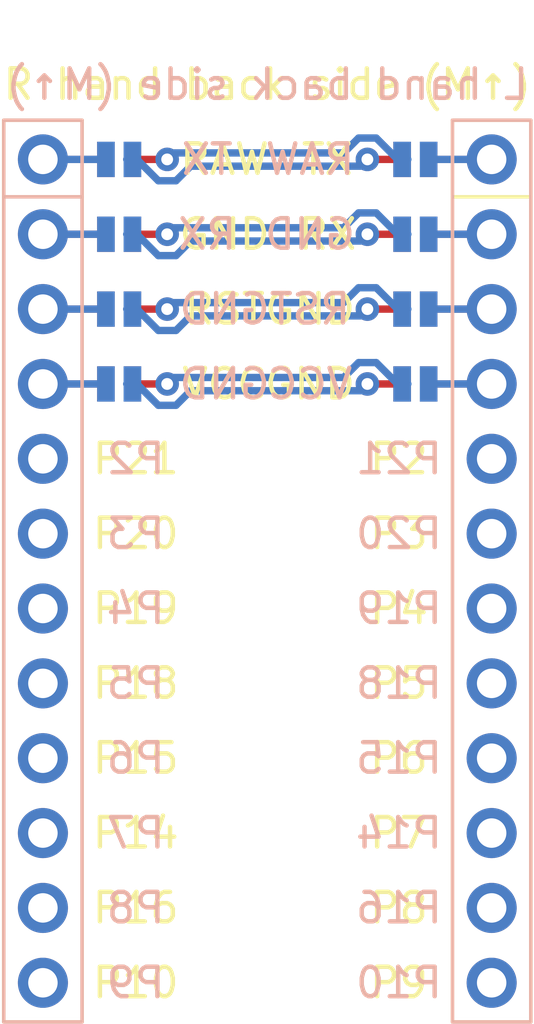
<source format=kicad_pcb>
(kicad_pcb (version 20240108) (generator "ergogen") (generator_version "4.2.0")
  (title_block (title "pcb") (date "2025-10-15") (rev "v9.9") (company "Ergogen Tests"))
  (layers (0 "F.Cu" signal) (31 "B.Cu" signal) (34 "B.Paste" user) (35 "F.Paste" user) (36 "B.SilkS" user "B.Silkscreen") (37 "F.SilkS" user "F.Silkscreen") (38 "B.Mask" user) (39 "F.Mask" user) (44 "Edge.Cuts" user))
  (net 0 "")
  (net 1 "RAW")
  (net 2 "GND")
  (net 3 "RST")
  (net 4 "VCC")
  (net 5 "P21")
  (net 6 "P20")
  (net 7 "P19")
  (net 8 "P18")
  (net 9 "P15")
  (net 10 "P14")
  (net 11 "P16")
  (net 12 "P10")
  (net 13 "TX")
  (net 14 "RX")
  (net 15 "P2")
  (net 16 "P3")
  (net 17 "P4")
  (net 18 "P5")
  (net 19 "P6")
  (net 20 "P7")
  (net 21 "P8")
  (net 22 "P9")
  (net 23 "P101")
  (net 24 "P102")
  (net 25 "P107")
  (net 26 "MCU1_")
  (footprint "ceoloide:mcu_nice_nano" (layer "F.Cu") (at 0 0 0)
    (property "Reference" "MCU1" hide)
    (pad "24" thru_hole circle (at -7.62 -12.7 0) (size 1.7 1.7) (drill 1) (layers "*.Cu" "*.Mask") (net 26 "MCU1_"))
    (pad "1" thru_hole circle (at 7.62 -12.7 0) (size 1.7 1.7) (drill 1) (layers "*.Cu" "*.Mask") (net 26 "MCU1_"))
    (pad "124" thru_hole circle (at -3.4 -12.7 0) (size 0.8 0.8) (drill 0.4) (layers "*.Cu" "*.Mask") (net 1 "RAW"))
    (pad "101" thru_hole circle (at 3.4 -12.7 0) (size 0.8 0.8) (drill 0.4) (layers "*.Cu" "*.Mask") (net 13 "TX"))
    (pad "24" smd rect (at -5.48 -12.7 0) (size 0.6 1.2) (layers "F.Cu" "F.Paste" "F.Mask") (net 26 "MCU1_"))
    (pad "124" smd rect (at -4.58 -12.7 0) (size 0.6 1.2) (layers "F.Cu" "F.Paste" "F.Mask") (net 1 "RAW"))
    (pad "101" smd rect (at 4.58 -12.7 0) (size 0.6 1.2) (layers "F.Cu" "F.Paste" "F.Mask") (net 13 "TX"))
    (pad "1" smd rect (at 5.48 -12.7 0) (size 0.6 1.2) (layers "F.Cu" "F.Paste" "F.Mask") (net 26 "MCU1_"))
    (pad "24" smd rect (at -5.48 -12.7 0) (size 0.6 1.2) (layers "B.Cu" "B.Paste" "B.Mask") (net 26 "MCU1_"))
    (pad "101" smd rect (at -4.58 -12.7 0) (size 0.6 1.2) (layers "B.Cu" "B.Paste" "B.Mask") (net 13 "TX"))
    (pad "124" smd rect (at 4.58 -12.7 0) (size 0.6 1.2) (layers "B.Cu" "B.Paste" "B.Mask") (net 1 "RAW"))
    (pad "1" smd rect (at 5.48 -12.7 0) (size 0.6 1.2) (layers "B.Cu" "B.Paste" "B.Mask") (net 26 "MCU1_"))
    (fp_text user "RAW" (at -1.45 -12.7 0) (layer "F.SilkS"))
    (fp_text user "TX" (at 2.04 -12.7 0) (layer "F.SilkS"))
    (fp_text user "TX" (at -2.04 -12.7 0) (layer "B.SilkS") (effects (justify mirror)))
    (fp_text user "RAW" (at 1.45 -12.7 0) (layer "B.SilkS") (effects (justify mirror)))
    (pad "23" thru_hole circle (at -7.62 -10.16 0) (size 1.7 1.7) (drill 1) (layers "*.Cu" "*.Mask") (net 26 "MCU1_"))
    (pad "2" thru_hole circle (at 7.62 -10.16 0) (size 1.7 1.7) (drill 1) (layers "*.Cu" "*.Mask") (net 26 "MCU1_"))
    (pad "123" thru_hole circle (at -3.4 -10.16 0) (size 0.8 0.8) (drill 0.4) (layers "*.Cu" "*.Mask") (net 2 "GND"))
    (pad "102" thru_hole circle (at 3.4 -10.16 0) (size 0.8 0.8) (drill 0.4) (layers "*.Cu" "*.Mask") (net 14 "RX"))
    (pad "23" smd rect (at -5.48 -10.16 0) (size 0.6 1.2) (layers "F.Cu" "F.Paste" "F.Mask") (net 26 "MCU1_"))
    (pad "123" smd rect (at -4.58 -10.16 0) (size 0.6 1.2) (layers "F.Cu" "F.Paste" "F.Mask") (net 2 "GND"))
    (pad "102" smd rect (at 4.58 -10.16 0) (size 0.6 1.2) (layers "F.Cu" "F.Paste" "F.Mask") (net 14 "RX"))
    (pad "2" smd rect (at 5.48 -10.16 0) (size 0.6 1.2) (layers "F.Cu" "F.Paste" "F.Mask") (net 26 "MCU1_"))
    (pad "23" smd rect (at -5.48 -10.16 0) (size 0.6 1.2) (layers "B.Cu" "B.Paste" "B.Mask") (net 26 "MCU1_"))
    (pad "102" smd rect (at -4.58 -10.16 0) (size 0.6 1.2) (layers "B.Cu" "B.Paste" "B.Mask") (net 14 "RX"))
    (pad "123" smd rect (at 4.58 -10.16 0) (size 0.6 1.2) (layers "B.Cu" "B.Paste" "B.Mask") (net 2 "GND"))
    (pad "2" smd rect (at 5.48 -10.16 0) (size 0.6 1.2) (layers "B.Cu" "B.Paste" "B.Mask") (net 26 "MCU1_"))
    (fp_text user "GND" (at -1.45 -10.16 0) (layer "F.SilkS"))
    (fp_text user "RX" (at 2.04 -10.16 0) (layer "F.SilkS"))
    (fp_text user "RX" (at -2.04 -10.16 0) (layer "B.SilkS") (effects (justify mirror)))
    (fp_text user "GND" (at 1.45 -10.16 0) (layer "B.SilkS") (effects (justify mirror)))
    (pad "22" thru_hole circle (at -7.62 -7.619999999999999 0) (size 1.7 1.7) (drill 1) (layers "*.Cu" "*.Mask") (net 26 "MCU1_"))
    (pad "3" thru_hole circle (at 7.62 -7.619999999999999 0) (size 1.7 1.7) (drill 1) (layers "*.Cu" "*.Mask") (net 26 "MCU1_"))
    (pad "122" thru_hole circle (at -3.4 -7.619999999999999 0) (size 0.8 0.8) (drill 0.4) (layers "*.Cu" "*.Mask") (net 3 "RST"))
    (pad "103" thru_hole circle (at 3.4 -7.619999999999999 0) (size 0.8 0.8) (drill 0.4) (layers "*.Cu" "*.Mask") (net 2 "GND"))
    (pad "22" smd rect (at -5.48 -7.619999999999999 0) (size 0.6 1.2) (layers "F.Cu" "F.Paste" "F.Mask") (net 26 "MCU1_"))
    (pad "122" smd rect (at -4.58 -7.619999999999999 0) (size 0.6 1.2) (layers "F.Cu" "F.Paste" "F.Mask") (net 3 "RST"))
    (pad "103" smd rect (at 4.58 -7.619999999999999 0) (size 0.6 1.2) (layers "F.Cu" "F.Paste" "F.Mask") (net 2 "GND"))
    (pad "3" smd rect (at 5.48 -7.619999999999999 0) (size 0.6 1.2) (layers "F.Cu" "F.Paste" "F.Mask") (net 26 "MCU1_"))
    (pad "22" smd rect (at -5.48 -7.619999999999999 0) (size 0.6 1.2) (layers "B.Cu" "B.Paste" "B.Mask") (net 26 "MCU1_"))
    (pad "103" smd rect (at -4.58 -7.619999999999999 0) (size 0.6 1.2) (layers "B.Cu" "B.Paste" "B.Mask") (net 2 "GND"))
    (pad "122" smd rect (at 4.58 -7.619999999999999 0) (size 0.6 1.2) (layers "B.Cu" "B.Paste" "B.Mask") (net 3 "RST"))
    (pad "3" smd rect (at 5.48 -7.619999999999999 0) (size 0.6 1.2) (layers "B.Cu" "B.Paste" "B.Mask") (net 26 "MCU1_"))
    (fp_text user "RST" (at -1.45 -7.619999999999999 0) (layer "F.SilkS"))
    (fp_text user "GND" (at 1.45 -7.619999999999999 0) (layer "F.SilkS"))
    (fp_text user "GND" (at -1.45 -7.619999999999999 0) (layer "B.SilkS") (effects (justify mirror)))
    (fp_text user "RST" (at 1.45 -7.619999999999999 0) (layer "B.SilkS") (effects (justify mirror)))
    (pad "21" thru_hole circle (at -7.62 -5.079999999999999 0) (size 1.7 1.7) (drill 1) (layers "*.Cu" "*.Mask") (net 26 "MCU1_"))
    (pad "4" thru_hole circle (at 7.62 -5.079999999999999 0) (size 1.7 1.7) (drill 1) (layers "*.Cu" "*.Mask") (net 26 "MCU1_"))
    (pad "121" thru_hole circle (at -3.4 -5.079999999999999 0) (size 0.8 0.8) (drill 0.4) (layers "*.Cu" "*.Mask") (net 4 "VCC"))
    (pad "104" thru_hole circle (at 3.4 -5.079999999999999 0) (size 0.8 0.8) (drill 0.4) (layers "*.Cu" "*.Mask") (net 2 "GND"))
    (pad "21" smd rect (at -5.48 -5.079999999999999 0) (size 0.6 1.2) (layers "F.Cu" "F.Paste" "F.Mask") (net 26 "MCU1_"))
    (pad "121" smd rect (at -4.58 -5.079999999999999 0) (size 0.6 1.2) (layers "F.Cu" "F.Paste" "F.Mask") (net 4 "VCC"))
    (pad "104" smd rect (at 4.58 -5.079999999999999 0) (size 0.6 1.2) (layers "F.Cu" "F.Paste" "F.Mask") (net 2 "GND"))
    (pad "4" smd rect (at 5.48 -5.079999999999999 0) (size 0.6 1.2) (layers "F.Cu" "F.Paste" "F.Mask") (net 26 "MCU1_"))
    (pad "21" smd rect (at -5.48 -5.079999999999999 0) (size 0.6 1.2) (layers "B.Cu" "B.Paste" "B.Mask") (net 26 "MCU1_"))
    (pad "104" smd rect (at -4.58 -5.079999999999999 0) (size 0.6 1.2) (layers "B.Cu" "B.Paste" "B.Mask") (net 2 "GND"))
    (pad "121" smd rect (at 4.58 -5.079999999999999 0) (size 0.6 1.2) (layers "B.Cu" "B.Paste" "B.Mask") (net 4 "VCC"))
    (pad "4" smd rect (at 5.48 -5.079999999999999 0) (size 0.6 1.2) (layers "B.Cu" "B.Paste" "B.Mask") (net 26 "MCU1_"))
    (fp_text user "VCC" (at -1.45 -5.079999999999999 0) (layer "F.SilkS"))
    (fp_text user "GND" (at 1.45 -5.079999999999999 0) (layer "F.SilkS"))
    (fp_text user "GND" (at -1.45 -5.079999999999999 0) (layer "B.SilkS") (effects (justify mirror)))
    (fp_text user "VCC" (at 1.45 -5.079999999999999 0) (layer "B.SilkS") (effects (justify mirror)))
    (pad "20" thru_hole circle (at -7.62 -2.539999999999999 0) (size 1.7 1.7) (drill 1) (layers "*.Cu" "*.Mask") (net 5 "P21"))
    (pad "5" thru_hole circle (at 7.62 -2.539999999999999 0) (size 1.7 1.7) (drill 1) (layers "*.Cu" "*.Mask") (net 15 "P2"))
    (fp_text user "P21" (at -4.47 -2.539999999999999 0) (layer "F.SilkS"))
    (fp_text user "P2" (at 4.47 -2.539999999999999 0) (layer "F.SilkS"))
    (fp_text user "P2" (at -4.47 -2.539999999999999 0) (layer "B.SilkS") (effects (justify mirror)))
    (fp_text user "P21" (at 4.47 -2.539999999999999 0) (layer "B.SilkS") (effects (justify mirror)))
    (pad "19" thru_hole circle (at -7.62 0 0) (size 1.7 1.7) (drill 1) (layers "*.Cu" "*.Mask") (net 6 "P20"))
    (pad "6" thru_hole circle (at 7.62 0 0) (size 1.7 1.7) (drill 1) (layers "*.Cu" "*.Mask") (net 16 "P3"))
    (fp_text user "P20" (at -4.47 0 0) (layer "F.SilkS"))
    (fp_text user "P3" (at 4.47 0 0) (layer "F.SilkS"))
    (fp_text user "P3" (at -4.47 0 0) (layer "B.SilkS") (effects (justify mirror)))
    (fp_text user "P20" (at 4.47 0 0) (layer "B.SilkS") (effects (justify mirror)))
    (pad "18" thru_hole circle (at -7.62 2.540000000000001 0) (size 1.7 1.7) (drill 1) (layers "*.Cu" "*.Mask") (net 7 "P19"))
    (pad "7" thru_hole circle (at 7.62 2.540000000000001 0) (size 1.7 1.7) (drill 1) (layers "*.Cu" "*.Mask") (net 17 "P4"))
    (fp_text user "P19" (at -4.47 2.540000000000001 0) (layer "F.SilkS"))
    (fp_text user "P4" (at 4.47 2.540000000000001 0) (layer "F.SilkS"))
    (fp_text user "P4" (at -4.47 2.540000000000001 0) (layer "B.SilkS") (effects (justify mirror)))
    (fp_text user "P19" (at 4.47 2.540000000000001 0) (layer "B.SilkS") (effects (justify mirror)))
    (pad "17" thru_hole circle (at -7.62 5.080000000000002 0) (size 1.7 1.7) (drill 1) (layers "*.Cu" "*.Mask") (net 8 "P18"))
    (pad "8" thru_hole circle (at 7.62 5.080000000000002 0) (size 1.7 1.7) (drill 1) (layers "*.Cu" "*.Mask") (net 18 "P5"))
    (fp_text user "P18" (at -4.47 5.080000000000002 0) (layer "F.SilkS"))
    (fp_text user "P5" (at 4.47 5.080000000000002 0) (layer "F.SilkS"))
    (fp_text user "P5" (at -4.47 5.080000000000002 0) (layer "B.SilkS") (effects (justify mirror)))
    (fp_text user "P18" (at 4.47 5.080000000000002 0) (layer "B.SilkS") (effects (justify mirror)))
    (pad "16" thru_hole circle (at -7.62 7.620000000000001 0) (size 1.7 1.7) (drill 1) (layers "*.Cu" "*.Mask") (net 9 "P15"))
    (pad "9" thru_hole circle (at 7.62 7.620000000000001 0) (size 1.7 1.7) (drill 1) (layers "*.Cu" "*.Mask") (net 19 "P6"))
    (fp_text user "P15" (at -4.47 7.620000000000001 0) (layer "F.SilkS"))
    (fp_text user "P6" (at 4.47 7.620000000000001 0) (layer "F.SilkS"))
    (fp_text user "P6" (at -4.47 7.620000000000001 0) (layer "B.SilkS") (effects (justify mirror)))
    (fp_text user "P15" (at 4.47 7.620000000000001 0) (layer "B.SilkS") (effects (justify mirror)))
    (pad "15" thru_hole circle (at -7.62 10.16 0) (size 1.7 1.7) (drill 1) (layers "*.Cu" "*.Mask") (net 10 "P14"))
    (pad "10" thru_hole circle (at 7.62 10.16 0) (size 1.7 1.7) (drill 1) (layers "*.Cu" "*.Mask") (net 20 "P7"))
    (fp_text user "P14" (at -4.47 10.16 0) (layer "F.SilkS"))
    (fp_text user "P7" (at 4.47 10.16 0) (layer "F.SilkS"))
    (fp_text user "P7" (at -4.47 10.16 0) (layer "B.SilkS") (effects (justify mirror)))
    (fp_text user "P14" (at 4.47 10.16 0) (layer "B.SilkS") (effects (justify mirror)))
    (pad "14" thru_hole circle (at -7.62 12.7 0) (size 1.7 1.7) (drill 1) (layers "*.Cu" "*.Mask") (net 11 "P16"))
    (pad "11" thru_hole circle (at 7.62 12.7 0) (size 1.7 1.7) (drill 1) (layers "*.Cu" "*.Mask") (net 21 "P8"))
    (fp_text user "P16" (at -4.47 12.7 0) (layer "F.SilkS"))
    (fp_text user "P8" (at 4.47 12.7 0) (layer "F.SilkS"))
    (fp_text user "P8" (at -4.47 12.7 0) (layer "B.SilkS") (effects (justify mirror)))
    (fp_text user "P16" (at 4.47 12.7 0) (layer "B.SilkS") (effects (justify mirror)))
    (pad "13" thru_hole circle (at -7.62 15.240000000000002 0) (size 1.7 1.7) (drill 1) (layers "*.Cu" "*.Mask") (net 12 "P10"))
    (pad "12" thru_hole circle (at 7.62 15.240000000000002 0) (size 1.7 1.7) (drill 1) (layers "*.Cu" "*.Mask") (net 22 "P9"))
    (fp_text user "P10" (at -4.47 15.240000000000002 0) (layer "F.SilkS"))
    (fp_text user "P9" (at 4.47 15.240000000000002 0) (layer "F.SilkS"))
    (fp_text user "P9" (at -4.47 15.240000000000002 0) (layer "B.SilkS") (effects (justify mirror)))
    (fp_text user "P10" (at 4.47 15.240000000000002 0) (layer "B.SilkS") (effects (justify mirror)))
    (fp_line (start 6.29 -14.03) (end 8.95 -14.03) (layer "F.SilkS") (stroke (width 0.12)))
    (fp_line (start 6.29 -14.03) (end 6.29 16.57) (layer "F.SilkS") (stroke (width 0.12)))
    (fp_line (start 6.29 16.57) (end 8.95 16.57) (layer "F.SilkS") (stroke (width 0.12)))
    (fp_line (start -6.29 -14.03) (end -6.29 16.57) (layer "F.SilkS") (stroke (width 0.12)))
    (fp_line (start 8.95 -14.03) (end 8.95 16.57) (layer "F.SilkS") (stroke (width 0.12)))
    (fp_line (start -8.95 -14.03) (end -6.29 -14.03) (layer "F.SilkS") (stroke (width 0.12)))
    (fp_line (start -8.95 -14.03) (end -8.95 16.57) (layer "F.SilkS") (stroke (width 0.12)))
    (fp_line (start -8.95 16.57) (end -6.29 16.57) (layer "F.SilkS") (stroke (width 0.12)))
    (fp_line (start 6.29 -11.43) (end 8.95 -11.43) (layer "F.SilkS") (stroke (width 0.12)))
    (fp_line (start -6.29 -14.03) (end -8.95 -14.03) (layer "B.SilkS") (stroke (width 0.12)))
    (fp_line (start -6.29 -14.03) (end -6.29 16.57) (layer "B.SilkS") (stroke (width 0.12)))
    (fp_line (start -6.29 16.57) (end -8.95 16.57) (layer "B.SilkS") (stroke (width 0.12)))
    (fp_line (start -8.95 -14.03) (end -8.95 16.57) (layer "B.SilkS") (stroke (width 0.12)))
    (fp_line (start 8.95 -14.03) (end 6.29 -14.03) (layer "B.SilkS") (stroke (width 0.12)))
    (fp_line (start 8.95 -14.03) (end 8.95 16.57) (layer "B.SilkS") (stroke (width 0.12)))
    (fp_line (start 8.95 16.57) (end 6.29 16.57) (layer "B.SilkS") (stroke (width 0.12)))
    (fp_line (start 6.29 -14.03) (end 6.29 16.57) (layer "B.SilkS") (stroke (width 0.12)))
    (fp_line (start -8.95 -11.43) (end -6.29 -11.43) (layer "B.SilkS") (stroke (width 0.12)))
    (fp_text user "R hand back side (M↑)" (at 0 -15.245 0) (layer "F.SilkS"))
    (fp_text user "L hand back side (M↑)" (at 0 -15.245 0) (layer "B.SilkS") (effects (justify mirror)))
  )
  (segment (start 4.58 -12.7) (end 3.4 -12.7) (width 0.25) (layer "F.Cu"))
  (segment (start -4.58 -12.7) (end -3.4 -12.7) (width 0.25) (layer "F.Cu"))
  (segment (start -7.62 -12.7) (end -5.5 -12.7) (width 0.25) (layer "F.Cu"))
  (segment (start -7.62 -12.7) (end -5.5 -12.7) (width 0.25) (layer "B.Cu"))
  (segment (start 5.5 -12.7) (end 7.62 -12.7) (width 0.25) (layer "F.Cu"))
  (segment (start 7.62 -12.7) (end 5.5 -12.7) (width 0.25) (layer "B.Cu"))
  (segment (start -2.604695 -12.469999999999999) (end 3.17 -12.469999999999999) (width 0.25) (layer "B.Cu"))
  (segment (start -4.775 -12.7) (end -4.425305 -12.7) (width 0.25) (layer "B.Cu"))
  (segment (start -3.700305 -11.975) (end -3.099695 -11.975) (width 0.25) (layer "B.Cu"))
  (segment (start -4.425305 -12.7) (end -3.700305 -11.975) (width 0.25) (layer "B.Cu"))
  (segment (start -3.099695 -11.975) (end -2.604695 -12.469999999999999) (width 0.25) (layer "B.Cu"))
  (segment (start 4.775 -12.7) (end 4.425305 -12.7) (width 0.25) (layer "B.Cu"))
  (segment (start 2.594695 -12.92) (end -3.18 -12.92) (width 0.25) (layer "B.Cu"))
  (segment (start 4.425305 -12.7) (end 3.700305 -13.424999999999999) (width 0.25) (layer "B.Cu"))
  (segment (start 3.700305 -13.424999999999999) (end 3.099695 -13.424999999999999) (width 0.25) (layer "B.Cu"))
  (segment (start 3.099695 -13.424999999999999) (end 2.594695 -12.92) (width 0.25) (layer "B.Cu"))
  (segment (start 4.58 -10.16) (end 3.4 -10.16) (width 0.25) (layer "F.Cu"))
  (segment (start -4.58 -10.16) (end -3.4 -10.16) (width 0.25) (layer "F.Cu"))
  (segment (start -7.62 -10.16) (end -5.5 -10.16) (width 0.25) (layer "F.Cu"))
  (segment (start -7.62 -10.16) (end -5.5 -10.16) (width 0.25) (layer "B.Cu"))
  (segment (start 5.5 -10.16) (end 7.62 -10.16) (width 0.25) (layer "F.Cu"))
  (segment (start 7.62 -10.16) (end 5.5 -10.16) (width 0.25) (layer "B.Cu"))
  (segment (start -2.604695 -9.93) (end 3.17 -9.93) (width 0.25) (layer "B.Cu"))
  (segment (start -4.775 -10.16) (end -4.425305 -10.16) (width 0.25) (layer "B.Cu"))
  (segment (start -3.700305 -9.434999999999999) (end -3.099695 -9.434999999999999) (width 0.25) (layer "B.Cu"))
  (segment (start -4.425305 -10.16) (end -3.700305 -9.434999999999999) (width 0.25) (layer "B.Cu"))
  (segment (start -3.099695 -9.434999999999999) (end -2.604695 -9.93) (width 0.25) (layer "B.Cu"))
  (segment (start 4.775 -10.16) (end 4.425305 -10.16) (width 0.25) (layer "B.Cu"))
  (segment (start 2.594695 -10.379999999999999) (end -3.18 -10.379999999999999) (width 0.25) (layer "B.Cu"))
  (segment (start 4.425305 -10.16) (end 3.700305 -10.885) (width 0.25) (layer "B.Cu"))
  (segment (start 3.700305 -10.885) (end 3.099695 -10.885) (width 0.25) (layer "B.Cu"))
  (segment (start 3.099695 -10.885) (end 2.594695 -10.379999999999999) (width 0.25) (layer "B.Cu"))
  (segment (start 4.58 -7.619999999999999) (end 3.4 -7.619999999999999) (width 0.25) (layer "F.Cu"))
  (segment (start -4.58 -7.619999999999999) (end -3.4 -7.619999999999999) (width 0.25) (layer "F.Cu"))
  (segment (start -7.62 -7.619999999999999) (end -5.5 -7.619999999999999) (width 0.25) (layer "F.Cu"))
  (segment (start -7.62 -7.619999999999999) (end -5.5 -7.619999999999999) (width 0.25) (layer "B.Cu"))
  (segment (start 5.5 -7.619999999999999) (end 7.62 -7.619999999999999) (width 0.25) (layer "F.Cu"))
  (segment (start 7.62 -7.619999999999999) (end 5.5 -7.619999999999999) (width 0.25) (layer "B.Cu"))
  (segment (start -2.604695 -7.389999999999999) (end 3.17 -7.389999999999999) (width 0.25) (layer "B.Cu"))
  (segment (start -4.775 -7.619999999999999) (end -4.425305 -7.619999999999999) (width 0.25) (layer "B.Cu"))
  (segment (start -3.700305 -6.895) (end -3.099695 -6.895) (width 0.25) (layer "B.Cu"))
  (segment (start -4.425305 -7.619999999999999) (end -3.700305 -6.895) (width 0.25) (layer "B.Cu"))
  (segment (start -3.099695 -6.895) (end -2.604695 -7.389999999999999) (width 0.25) (layer "B.Cu"))
  (segment (start 4.775 -7.619999999999999) (end 4.425305 -7.619999999999999) (width 0.25) (layer "B.Cu"))
  (segment (start 2.594695 -7.839999999999999) (end -3.18 -7.839999999999999) (width 0.25) (layer "B.Cu"))
  (segment (start 4.425305 -7.619999999999999) (end 3.700305 -8.344999999999999) (width 0.25) (layer "B.Cu"))
  (segment (start 3.700305 -8.344999999999999) (end 3.099695 -8.344999999999999) (width 0.25) (layer "B.Cu"))
  (segment (start 3.099695 -8.344999999999999) (end 2.594695 -7.839999999999999) (width 0.25) (layer "B.Cu"))
  (segment (start 4.58 -5.079999999999999) (end 3.4 -5.079999999999999) (width 0.25) (layer "F.Cu"))
  (segment (start -4.58 -5.079999999999999) (end -3.4 -5.079999999999999) (width 0.25) (layer "F.Cu"))
  (segment (start -7.62 -5.079999999999999) (end -5.5 -5.079999999999999) (width 0.25) (layer "F.Cu"))
  (segment (start -7.62 -5.079999999999999) (end -5.5 -5.079999999999999) (width 0.25) (layer "B.Cu"))
  (segment (start 5.5 -5.079999999999999) (end 7.62 -5.079999999999999) (width 0.25) (layer "F.Cu"))
  (segment (start 7.62 -5.079999999999999) (end 5.5 -5.079999999999999) (width 0.25) (layer "B.Cu"))
  (segment (start -2.604695 -4.849999999999999) (end 3.17 -4.849999999999999) (width 0.25) (layer "B.Cu"))
  (segment (start -4.775 -5.079999999999999) (end -4.425305 -5.079999999999999) (width 0.25) (layer "B.Cu"))
  (segment (start -3.700305 -4.354999999999999) (end -3.099695 -4.354999999999999) (width 0.25) (layer "B.Cu"))
  (segment (start -4.425305 -5.079999999999999) (end -3.700305 -4.354999999999999) (width 0.25) (layer "B.Cu"))
  (segment (start -3.099695 -4.354999999999999) (end -2.604695 -4.849999999999999) (width 0.25) (layer "B.Cu"))
  (segment (start 4.775 -5.079999999999999) (end 4.425305 -5.079999999999999) (width 0.25) (layer "B.Cu"))
  (segment (start 2.594695 -5.299999999999999) (end -3.18 -5.299999999999999) (width 0.25) (layer "B.Cu"))
  (segment (start 4.425305 -5.079999999999999) (end 3.700305 -5.804999999999999) (width 0.25) (layer "B.Cu"))
  (segment (start 3.700305 -5.804999999999999) (end 3.099695 -5.804999999999999) (width 0.25) (layer "B.Cu"))
  (segment (start 3.099695 -5.804999999999999) (end 2.594695 -5.299999999999999) (width 0.25) (layer "B.Cu"))
)
</source>
